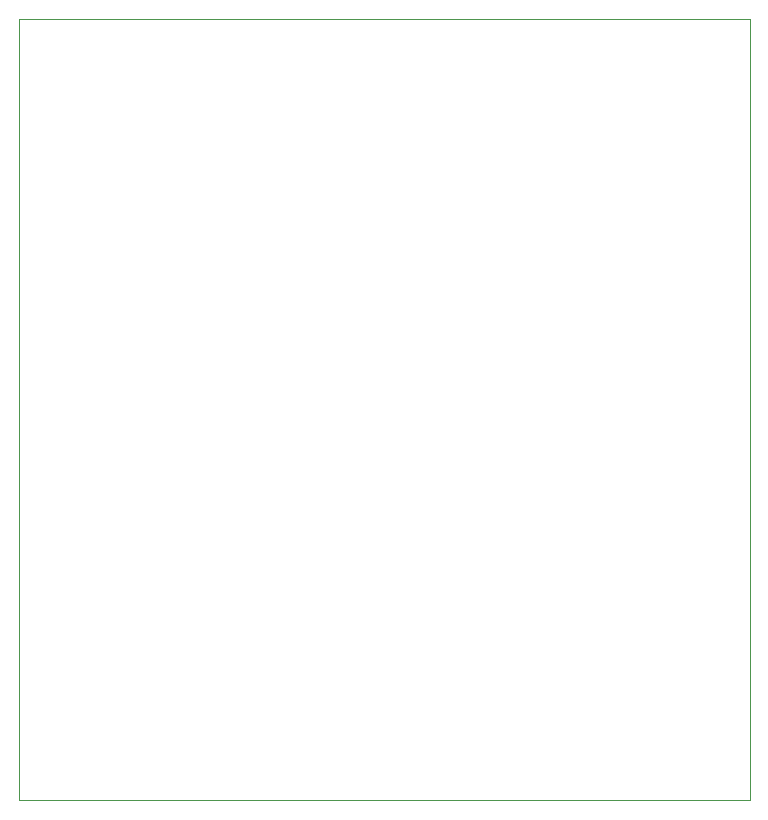
<source format=gbr>
%TF.GenerationSoftware,KiCad,Pcbnew,8.0.2*%
%TF.CreationDate,2024-08-20T17:24:06+07:00*%
%TF.ProjectId,Arduino_xtension_IDC30,41726475-696e-46f5-9f78-74656e73696f,rev?*%
%TF.SameCoordinates,Original*%
%TF.FileFunction,Profile,NP*%
%FSLAX46Y46*%
G04 Gerber Fmt 4.6, Leading zero omitted, Abs format (unit mm)*
G04 Created by KiCad (PCBNEW 8.0.2) date 2024-08-20 17:24:06*
%MOMM*%
%LPD*%
G01*
G04 APERTURE LIST*
%TA.AperFunction,Profile*%
%ADD10C,0.050000*%
%TD*%
G04 APERTURE END LIST*
D10*
X85277500Y-45594555D02*
X147205445Y-45594555D01*
X147205445Y-111700000D01*
X85277500Y-111700000D01*
X85277500Y-45594555D01*
M02*

</source>
